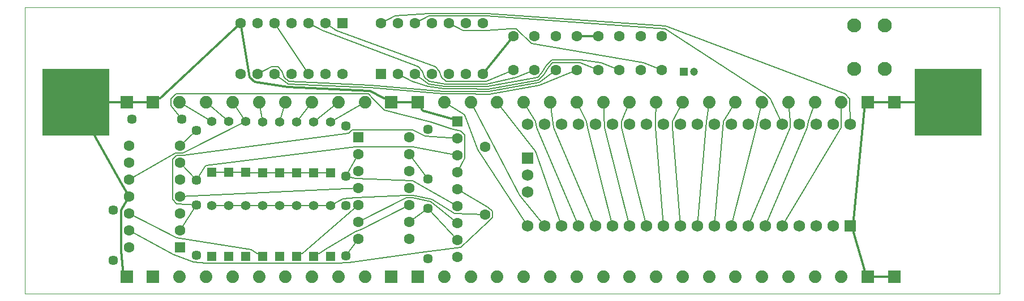
<source format=gtl>
G04 (created by PCBNEW (2013-07-07 BZR 4022)-stable) date 4/22/2014 12:16:29 PM*
%MOIN*%
G04 Gerber Fmt 3.4, Leading zero omitted, Abs format*
%FSLAX34Y34*%
G01*
G70*
G90*
G04 APERTURE LIST*
%ADD10C,0.00590551*%
%ADD11C,0.00393701*%
%ADD12R,0.056X0.056*%
%ADD13C,0.056*%
%ADD14R,0.0629921X0.0629921*%
%ADD15C,0.0629921*%
%ADD16C,0.063*%
%ADD17R,0.0740157X0.0740157*%
%ADD18C,0.0740157*%
%ADD19R,0.393701X0.393701*%
%ADD20C,0.0688976*%
%ADD21R,0.0688976X0.0688976*%
%ADD22C,0.0570866*%
%ADD23C,0.0826772*%
%ADD24R,0.0472441X0.0472441*%
%ADD25C,0.0472441*%
%ADD26C,0.006*%
%ADD27C,0.012*%
G04 APERTURE END LIST*
G54D10*
G54D11*
X7500Y-13900D02*
X7500Y-30800D01*
X64900Y-30800D02*
X64900Y-13900D01*
X7500Y-13900D02*
X64900Y-13900D01*
X64900Y-30800D02*
X7500Y-30800D01*
G54D12*
X18500Y-23650D03*
G54D13*
X18500Y-20650D03*
G54D12*
X25500Y-28600D03*
G54D13*
X25500Y-25600D03*
G54D12*
X25500Y-23665D03*
G54D13*
X25500Y-20665D03*
G54D12*
X24500Y-28600D03*
G54D13*
X24500Y-25600D03*
G54D12*
X18500Y-28600D03*
G54D13*
X18500Y-25600D03*
G54D12*
X19500Y-23650D03*
G54D13*
X19500Y-20650D03*
G54D12*
X19500Y-28600D03*
G54D13*
X19500Y-25600D03*
G54D12*
X20500Y-23650D03*
G54D13*
X20500Y-20650D03*
G54D12*
X20500Y-28600D03*
G54D13*
X20500Y-25600D03*
G54D12*
X21500Y-23683D03*
G54D13*
X21500Y-20683D03*
G54D12*
X21500Y-28600D03*
G54D13*
X21500Y-25600D03*
G54D12*
X22500Y-23670D03*
G54D13*
X22500Y-20670D03*
G54D12*
X22500Y-28600D03*
G54D13*
X22500Y-25600D03*
G54D12*
X24500Y-23676D03*
G54D13*
X24500Y-20676D03*
G54D12*
X23500Y-28600D03*
G54D13*
X23500Y-25600D03*
G54D12*
X23500Y-23667D03*
G54D13*
X23500Y-20667D03*
G54D14*
X32992Y-20640D03*
G54D15*
X32992Y-21640D03*
X32992Y-22640D03*
X32992Y-23640D03*
X32992Y-24640D03*
X32992Y-25640D03*
X32992Y-26640D03*
X32992Y-27640D03*
X32992Y-28640D03*
G54D16*
X34600Y-22141D03*
X34600Y-26141D03*
X36267Y-17610D03*
X36267Y-15610D03*
X37517Y-17610D03*
X37517Y-15610D03*
X38767Y-17610D03*
X38767Y-15610D03*
X40016Y-17610D03*
X40016Y-15610D03*
X41266Y-17610D03*
X41266Y-15610D03*
X43766Y-17610D03*
X43766Y-15610D03*
X45016Y-17610D03*
X45016Y-15610D03*
X42516Y-17610D03*
X42516Y-15610D03*
G54D17*
X15059Y-29800D03*
G54D18*
X16618Y-29800D03*
X18177Y-29800D03*
X19736Y-29800D03*
X21295Y-29800D03*
X22854Y-29800D03*
X24413Y-29800D03*
X25972Y-29800D03*
X27531Y-29800D03*
G54D17*
X29090Y-29800D03*
X30649Y-29800D03*
G54D18*
X32208Y-29800D03*
X33767Y-29800D03*
X35326Y-29800D03*
X36885Y-29800D03*
X38444Y-29800D03*
X40003Y-29800D03*
X41562Y-29800D03*
X43122Y-29800D03*
X44681Y-29800D03*
X46240Y-29800D03*
X47799Y-29800D03*
X49358Y-29800D03*
X50917Y-29800D03*
X52476Y-29800D03*
X54035Y-29800D03*
X55594Y-29800D03*
G54D17*
X13500Y-29800D03*
X57153Y-29800D03*
X58712Y-29800D03*
X15059Y-19500D03*
G54D18*
X16618Y-19500D03*
X18177Y-19500D03*
X19736Y-19500D03*
X21295Y-19500D03*
X22854Y-19500D03*
X24413Y-19500D03*
X25972Y-19500D03*
X27531Y-19500D03*
G54D17*
X29090Y-19500D03*
X30649Y-19500D03*
G54D18*
X32208Y-19500D03*
X33767Y-19500D03*
X35326Y-19500D03*
X36885Y-19500D03*
X38444Y-19500D03*
X40003Y-19500D03*
X41562Y-19500D03*
X43122Y-19500D03*
X44681Y-19500D03*
X46240Y-19500D03*
X47799Y-19500D03*
X49358Y-19500D03*
X50917Y-19500D03*
X52476Y-19500D03*
X54035Y-19500D03*
X55594Y-19500D03*
G54D17*
X13500Y-19500D03*
X57153Y-19500D03*
X58712Y-19500D03*
G54D19*
X10500Y-19500D03*
X61877Y-19500D03*
G54D14*
X16630Y-28070D03*
G54D15*
X16630Y-27070D03*
X16630Y-26070D03*
X16630Y-25070D03*
X16630Y-24070D03*
X16630Y-23070D03*
X16630Y-22070D03*
X13630Y-22070D03*
X13630Y-23070D03*
X13630Y-24070D03*
X13630Y-25070D03*
X13630Y-26070D03*
X13630Y-27070D03*
X13630Y-28070D03*
G54D14*
X28490Y-17850D03*
G54D15*
X29490Y-17850D03*
X30490Y-17850D03*
X31490Y-17850D03*
X32490Y-17850D03*
X33490Y-17850D03*
X34490Y-17850D03*
X34490Y-14850D03*
X33490Y-14850D03*
X32490Y-14850D03*
X31490Y-14850D03*
X30490Y-14850D03*
X29490Y-14850D03*
X28490Y-14850D03*
G54D14*
X26223Y-14850D03*
G54D15*
X25223Y-14850D03*
X24223Y-14850D03*
X23223Y-14850D03*
X22223Y-14850D03*
X21223Y-14850D03*
X20223Y-14850D03*
X20223Y-17850D03*
X21223Y-17850D03*
X22223Y-17850D03*
X23223Y-17850D03*
X24223Y-17850D03*
X25223Y-17850D03*
X26223Y-17850D03*
G54D14*
X27153Y-21580D03*
G54D15*
X27153Y-22580D03*
X27153Y-23580D03*
X27153Y-24580D03*
X27153Y-25580D03*
X27153Y-26580D03*
X27153Y-27580D03*
X30153Y-27580D03*
X30153Y-26580D03*
X30153Y-25580D03*
X30153Y-24580D03*
X30153Y-23580D03*
X30153Y-22580D03*
X30153Y-21580D03*
G54D20*
X56111Y-20819D03*
X55111Y-20819D03*
X54111Y-20819D03*
X53111Y-20819D03*
X52111Y-20819D03*
X51111Y-20819D03*
X50111Y-20819D03*
X49111Y-20819D03*
X48111Y-20819D03*
X47111Y-20819D03*
X46111Y-20819D03*
X45111Y-20819D03*
X44111Y-20819D03*
X43111Y-20819D03*
X42111Y-20819D03*
X41111Y-20819D03*
X40111Y-20819D03*
X39111Y-20819D03*
X38111Y-20819D03*
X37111Y-20819D03*
X37111Y-26819D03*
X38111Y-26819D03*
X39111Y-26819D03*
X40111Y-26819D03*
X41111Y-26819D03*
X42111Y-26819D03*
X43111Y-26819D03*
X44111Y-26819D03*
X45111Y-26819D03*
X46111Y-26819D03*
X47111Y-26819D03*
X48111Y-26819D03*
X49111Y-26819D03*
X50111Y-26819D03*
X51111Y-26819D03*
X52111Y-26819D03*
X53111Y-26819D03*
X54111Y-26819D03*
X55111Y-26819D03*
G54D21*
X56111Y-26819D03*
X37111Y-22819D03*
G54D20*
X37111Y-23819D03*
X37111Y-24819D03*
G54D22*
X31250Y-24048D03*
X31250Y-21095D03*
X31250Y-25785D03*
X31250Y-28737D03*
X26400Y-25609D03*
X26400Y-28561D03*
X26400Y-23876D03*
X26400Y-20923D03*
X12719Y-25883D03*
X12719Y-28836D03*
X16752Y-20495D03*
X13800Y-20495D03*
X17600Y-24126D03*
X17600Y-21173D03*
X17600Y-25592D03*
X17600Y-28545D03*
G54D23*
X58129Y-17539D03*
X58129Y-14980D03*
X56358Y-17539D03*
X56358Y-14980D03*
G54D24*
X46309Y-17700D03*
G54D25*
X46900Y-17700D03*
G54D26*
X16630Y-25070D02*
X27153Y-24580D01*
X29309Y-14415D02*
X28490Y-14850D01*
X31266Y-14264D02*
X29309Y-14415D01*
X31713Y-14264D02*
X31266Y-14264D01*
X34713Y-14264D02*
X31713Y-14264D01*
X45240Y-15025D02*
X34713Y-14264D01*
X55797Y-19009D02*
X45240Y-15025D01*
X56084Y-19296D02*
X55797Y-19009D01*
X56111Y-20819D02*
X56084Y-19296D01*
X34670Y-18285D02*
X36267Y-17610D01*
X34309Y-18285D02*
X34670Y-18285D01*
X34116Y-18281D02*
X34309Y-18285D01*
X32311Y-18281D02*
X34116Y-18281D01*
X32058Y-18028D02*
X32311Y-18281D01*
X31925Y-17669D02*
X32058Y-18028D01*
X31670Y-17415D02*
X31925Y-17669D01*
X25859Y-15285D02*
X31670Y-17415D01*
X25223Y-14850D02*
X25859Y-15285D01*
X36447Y-18045D02*
X37517Y-17610D01*
X34713Y-18435D02*
X36447Y-18045D01*
X34266Y-18435D02*
X34713Y-18435D01*
X34087Y-18427D02*
X34266Y-18435D01*
X32268Y-18427D02*
X34087Y-18427D01*
X31309Y-18285D02*
X32268Y-18427D01*
X31055Y-18030D02*
X31309Y-18285D01*
X30925Y-17669D02*
X31055Y-18030D01*
X30670Y-17415D02*
X30925Y-17669D01*
X25043Y-15285D02*
X30670Y-17415D01*
X24223Y-14850D02*
X25043Y-15285D01*
X37857Y-18308D02*
X38767Y-17610D01*
X37770Y-18345D02*
X37857Y-18308D01*
X34802Y-18885D02*
X37770Y-18345D01*
X34177Y-18885D02*
X34802Y-18885D01*
X34000Y-18867D02*
X34177Y-18885D01*
X32180Y-18867D02*
X34000Y-18867D01*
X27837Y-18499D02*
X32180Y-18867D01*
X23043Y-18285D02*
X27837Y-18499D01*
X22788Y-18030D02*
X23043Y-18285D01*
X22658Y-17669D02*
X22788Y-18030D01*
X22403Y-17415D02*
X22658Y-17669D01*
X22043Y-17415D02*
X22403Y-17415D01*
X21223Y-17850D02*
X22043Y-17415D01*
X22967Y-18421D02*
X22223Y-17850D01*
X23000Y-18435D02*
X22967Y-18421D01*
X27807Y-18649D02*
X23000Y-18435D01*
X32151Y-19013D02*
X27807Y-18649D01*
X33969Y-19013D02*
X32151Y-19013D01*
X34147Y-19035D02*
X33969Y-19013D01*
X34832Y-19035D02*
X34147Y-19035D01*
X37799Y-18495D02*
X34832Y-19035D01*
X38947Y-18045D02*
X37799Y-18495D01*
X40016Y-17610D02*
X38947Y-18045D01*
X40197Y-17175D02*
X41266Y-17610D01*
X38947Y-17175D02*
X40197Y-17175D01*
X38586Y-17175D02*
X38947Y-17175D01*
X38332Y-17430D02*
X38586Y-17175D01*
X38088Y-17866D02*
X38332Y-17430D01*
X37772Y-18181D02*
X38088Y-17866D01*
X37740Y-18195D02*
X37772Y-18181D01*
X34772Y-18735D02*
X37740Y-18195D01*
X34207Y-18735D02*
X34772Y-18735D01*
X34029Y-18720D02*
X34207Y-18735D01*
X32210Y-18720D02*
X34029Y-18720D01*
X31237Y-18585D02*
X32210Y-18720D01*
X30309Y-18285D02*
X31237Y-18585D01*
X29490Y-17850D02*
X30309Y-18285D01*
X41447Y-17175D02*
X42516Y-17610D01*
X40240Y-17025D02*
X41447Y-17175D01*
X38990Y-17025D02*
X40240Y-17025D01*
X38543Y-17025D02*
X38990Y-17025D01*
X38511Y-17038D02*
X38543Y-17025D01*
X38195Y-17354D02*
X38511Y-17038D01*
X37952Y-17790D02*
X38195Y-17354D01*
X37697Y-18045D02*
X37952Y-17790D01*
X34743Y-18585D02*
X37697Y-18045D01*
X34237Y-18585D02*
X34743Y-18585D01*
X34058Y-18574D02*
X34237Y-18585D01*
X32239Y-18574D02*
X34058Y-18574D01*
X31266Y-18435D02*
X32239Y-18574D01*
X31234Y-18421D02*
X31266Y-18435D01*
X30490Y-17850D02*
X31234Y-18421D01*
X43947Y-17175D02*
X45016Y-17610D01*
X37336Y-16045D02*
X43947Y-17175D01*
X36447Y-15175D02*
X37336Y-16045D01*
X36086Y-15175D02*
X36447Y-15175D01*
X34670Y-15285D02*
X36086Y-15175D01*
X34309Y-15285D02*
X34670Y-15285D01*
X33309Y-15285D02*
X34309Y-15285D01*
X32490Y-14850D02*
X33309Y-15285D01*
X22223Y-14850D02*
X24223Y-17850D01*
X31309Y-14415D02*
X30490Y-14850D01*
X31670Y-14415D02*
X31309Y-14415D01*
X34670Y-14415D02*
X31670Y-14415D01*
X45197Y-15175D02*
X34670Y-14415D01*
X51120Y-19009D02*
X45197Y-15175D01*
X51407Y-19296D02*
X51120Y-19009D01*
X52111Y-20819D02*
X51407Y-19296D01*
X16618Y-19500D02*
X18500Y-20650D01*
X18177Y-19500D02*
X19500Y-20650D01*
X19736Y-19500D02*
X20500Y-20650D01*
X16808Y-22498D02*
X20500Y-20650D01*
X16410Y-22498D02*
X16808Y-22498D01*
X16382Y-22510D02*
X16410Y-22498D01*
X13630Y-24070D02*
X16382Y-22510D01*
X21295Y-19500D02*
X21500Y-20683D01*
X21250Y-28440D02*
X21500Y-28600D01*
X21220Y-28440D02*
X21250Y-28440D01*
X21170Y-28440D02*
X21220Y-28440D01*
X20829Y-28199D02*
X21170Y-28440D01*
X16450Y-27505D02*
X20829Y-28199D01*
X13630Y-26070D02*
X16450Y-27505D01*
X22854Y-19500D02*
X22500Y-20670D01*
X24413Y-19500D02*
X23500Y-20667D01*
X23750Y-28440D02*
X23500Y-28600D01*
X23780Y-28440D02*
X23750Y-28440D01*
X23829Y-28440D02*
X23780Y-28440D01*
X27153Y-25580D02*
X23829Y-28440D01*
X25972Y-19500D02*
X24500Y-20676D01*
X24750Y-28440D02*
X24500Y-28600D01*
X24780Y-28440D02*
X24750Y-28440D01*
X24829Y-28440D02*
X24780Y-28440D01*
X25170Y-28199D02*
X24829Y-28440D01*
X26972Y-27145D02*
X25170Y-28199D01*
X27333Y-27015D02*
X26972Y-27145D01*
X30153Y-25580D02*
X27333Y-27015D01*
X27531Y-19500D02*
X25500Y-20665D01*
X16630Y-27070D02*
X17600Y-25592D01*
X31082Y-21501D02*
X32992Y-21640D01*
X30333Y-21145D02*
X31082Y-21501D01*
X26887Y-21145D02*
X30333Y-21145D01*
X26788Y-21145D02*
X26887Y-21145D01*
X26567Y-21329D02*
X26788Y-21145D01*
X16851Y-22642D02*
X26567Y-21329D01*
X16453Y-22642D02*
X16851Y-22642D01*
X16202Y-22893D02*
X16453Y-22642D01*
X16195Y-23890D02*
X16202Y-22893D01*
X16195Y-24890D02*
X16195Y-23890D01*
X16195Y-25250D02*
X16195Y-24890D01*
X16450Y-25505D02*
X16195Y-25250D01*
X17600Y-25592D02*
X16450Y-25505D01*
X18099Y-23320D02*
X17600Y-24126D01*
X18170Y-23249D02*
X18099Y-23320D01*
X26972Y-22145D02*
X18170Y-23249D01*
X27333Y-22145D02*
X26972Y-22145D01*
X30333Y-22145D02*
X27333Y-22145D01*
X32992Y-22640D02*
X30333Y-22145D01*
X16630Y-23070D02*
X17600Y-24126D01*
X33427Y-22820D02*
X32992Y-23640D01*
X33427Y-22460D02*
X33427Y-22820D01*
X33427Y-21460D02*
X33427Y-22460D01*
X33172Y-21205D02*
X33427Y-21460D01*
X32627Y-21075D02*
X33172Y-21205D01*
X31417Y-20690D02*
X32627Y-21075D01*
X28670Y-19990D02*
X31417Y-20690D01*
X28600Y-19919D02*
X28670Y-19990D01*
X28021Y-19296D02*
X28600Y-19919D01*
X27734Y-19009D02*
X28021Y-19296D01*
X16821Y-19009D02*
X27734Y-19009D01*
X16415Y-19009D02*
X16821Y-19009D01*
X16127Y-19296D02*
X16415Y-19009D01*
X16127Y-19703D02*
X16127Y-19296D01*
X16752Y-20495D02*
X16127Y-19703D01*
X34781Y-25706D02*
X32992Y-24640D01*
X35035Y-25960D02*
X34781Y-25706D01*
X35035Y-26321D02*
X35035Y-25960D01*
X34781Y-26576D02*
X35035Y-26321D01*
X33172Y-28075D02*
X34781Y-26576D01*
X31082Y-28332D02*
X33172Y-28075D01*
X26567Y-28967D02*
X31082Y-28332D01*
X25829Y-29000D02*
X26567Y-28967D01*
X25730Y-29000D02*
X25829Y-29000D01*
X18170Y-29000D02*
X25730Y-29000D01*
X17432Y-28951D02*
X18170Y-29000D01*
X16266Y-28505D02*
X17432Y-28951D01*
X13630Y-27070D02*
X16266Y-28505D01*
X26400Y-23876D02*
X27153Y-22580D01*
X30333Y-24145D02*
X32992Y-25640D01*
X26972Y-24015D02*
X30333Y-24145D01*
X26400Y-23876D02*
X26972Y-24015D01*
X31417Y-25379D02*
X32992Y-26640D01*
X30330Y-25152D02*
X31417Y-25379D01*
X29975Y-25152D02*
X30330Y-25152D01*
X27153Y-26580D02*
X29975Y-25152D01*
X30153Y-26580D02*
X31250Y-25785D01*
X31250Y-25785D02*
X32992Y-27640D01*
X30153Y-22580D02*
X31250Y-24048D01*
X24750Y-23671D02*
X24500Y-23676D01*
X24780Y-23671D02*
X24750Y-23671D01*
X25220Y-23671D02*
X24780Y-23671D01*
X25250Y-23671D02*
X25220Y-23671D01*
X25500Y-23665D02*
X25250Y-23671D01*
X18750Y-23650D02*
X18500Y-23650D01*
X18780Y-23650D02*
X18750Y-23650D01*
X19220Y-23650D02*
X18780Y-23650D01*
X19250Y-23650D02*
X19220Y-23650D01*
X19500Y-23650D02*
X19250Y-23650D01*
X19750Y-23650D02*
X19500Y-23650D01*
X19780Y-23650D02*
X19750Y-23650D01*
X20220Y-23650D02*
X19780Y-23650D01*
X20250Y-23650D02*
X20220Y-23650D01*
X20500Y-23650D02*
X20250Y-23650D01*
X20750Y-23666D02*
X20500Y-23650D01*
X20780Y-23666D02*
X20750Y-23666D01*
X21220Y-23666D02*
X20780Y-23666D01*
X21250Y-23666D02*
X21220Y-23666D01*
X21500Y-23683D02*
X21250Y-23666D01*
X21750Y-23677D02*
X21500Y-23683D01*
X21780Y-23677D02*
X21750Y-23677D01*
X22220Y-23677D02*
X21780Y-23677D01*
X22250Y-23677D02*
X22220Y-23677D01*
X22500Y-23670D02*
X22250Y-23677D01*
X23750Y-23671D02*
X23500Y-23667D01*
X23780Y-23671D02*
X23750Y-23671D01*
X24220Y-23671D02*
X23780Y-23671D01*
X24250Y-23671D02*
X24220Y-23671D01*
X24500Y-23676D02*
X24250Y-23671D01*
X22750Y-23668D02*
X22500Y-23670D01*
X22780Y-23668D02*
X22750Y-23668D01*
X23220Y-23668D02*
X22780Y-23668D01*
X23250Y-23668D02*
X23220Y-23668D01*
X23500Y-23667D02*
X23250Y-23668D01*
X34165Y-22321D02*
X37111Y-26819D01*
X33427Y-20275D02*
X34165Y-22321D01*
X33356Y-20205D02*
X33427Y-20275D01*
X32208Y-19500D02*
X33356Y-20205D01*
X36646Y-25012D02*
X38111Y-26819D01*
X33767Y-19500D02*
X36646Y-25012D01*
X47646Y-20627D02*
X47111Y-26819D01*
X47799Y-19500D02*
X47646Y-20627D01*
X48646Y-20627D02*
X48111Y-26819D01*
X49358Y-19500D02*
X48646Y-20627D01*
X50575Y-21012D02*
X49111Y-26819D01*
X50646Y-20627D02*
X50575Y-21012D01*
X50917Y-19500D02*
X50646Y-20627D01*
X52575Y-21012D02*
X50111Y-26819D01*
X52575Y-20627D02*
X52575Y-21012D01*
X52476Y-19500D02*
X52575Y-20627D01*
X53575Y-21012D02*
X51111Y-26819D01*
X53646Y-20627D02*
X53575Y-21012D01*
X54035Y-19500D02*
X53646Y-20627D01*
X55575Y-21012D02*
X52111Y-26819D01*
X55594Y-19500D02*
X55575Y-21012D01*
X37575Y-22425D02*
X39111Y-26819D01*
X35326Y-19500D02*
X37575Y-22425D01*
X37646Y-21012D02*
X40111Y-26819D01*
X37575Y-20627D02*
X37646Y-21012D01*
X36885Y-19500D02*
X37575Y-20627D01*
X38646Y-21012D02*
X41111Y-26819D01*
X38444Y-19500D02*
X38646Y-21012D01*
X40646Y-21012D02*
X42111Y-26819D01*
X40575Y-20627D02*
X40646Y-21012D01*
X40003Y-19500D02*
X40575Y-20627D01*
X41646Y-21012D02*
X43111Y-26819D01*
X41562Y-19500D02*
X41646Y-21012D01*
X42646Y-21012D02*
X44111Y-26819D01*
X42646Y-20627D02*
X42646Y-21012D01*
X43122Y-19500D02*
X42646Y-20627D01*
X44646Y-21012D02*
X45111Y-26819D01*
X44646Y-20627D02*
X44646Y-21012D01*
X44681Y-19500D02*
X44646Y-20627D01*
X45646Y-21012D02*
X46111Y-26819D01*
X45646Y-20627D02*
X45646Y-21012D01*
X46240Y-19500D02*
X45646Y-20627D01*
G54D27*
X36267Y-15610D02*
X34490Y-17850D01*
X41266Y-15610D02*
X40016Y-15610D01*
X56305Y-27104D02*
X56111Y-26819D01*
X56305Y-27164D02*
X56305Y-27104D01*
X56305Y-27226D02*
X56305Y-27164D01*
X56933Y-29367D02*
X56305Y-27226D01*
X56933Y-29429D02*
X56933Y-29367D01*
X56933Y-29489D02*
X56933Y-29429D01*
X57153Y-29800D02*
X56933Y-29489D01*
X57463Y-29800D02*
X57153Y-29800D01*
X57523Y-29800D02*
X57463Y-29800D01*
X58342Y-29800D02*
X57523Y-29800D01*
X58402Y-29800D02*
X58342Y-29800D01*
X58712Y-29800D02*
X58402Y-29800D01*
X30339Y-19500D02*
X30649Y-19500D01*
X30279Y-19500D02*
X30339Y-19500D01*
X29460Y-19500D02*
X30279Y-19500D01*
X29400Y-19500D02*
X29460Y-19500D01*
X29090Y-19500D02*
X29400Y-19500D01*
X32737Y-20475D02*
X32992Y-20640D01*
X32677Y-20475D02*
X32737Y-20475D01*
X32615Y-20475D02*
X32677Y-20475D01*
X30957Y-20020D02*
X32615Y-20475D01*
X30869Y-19932D02*
X30957Y-20020D01*
X30869Y-19870D02*
X30869Y-19932D01*
X30869Y-19810D02*
X30869Y-19870D01*
X30649Y-19500D02*
X30869Y-19810D01*
X14748Y-19500D02*
X15059Y-19500D01*
X14688Y-19500D02*
X14748Y-19500D01*
X13870Y-19500D02*
X14688Y-19500D01*
X13810Y-19500D02*
X13870Y-19500D01*
X13500Y-19500D02*
X13810Y-19500D01*
X56305Y-26535D02*
X56111Y-26819D01*
X56305Y-26475D02*
X56305Y-26535D01*
X56305Y-26413D02*
X56305Y-26475D01*
X56933Y-19932D02*
X56305Y-26413D01*
X56933Y-19870D02*
X56933Y-19932D01*
X56933Y-19810D02*
X56933Y-19870D01*
X57153Y-19500D02*
X56933Y-19810D01*
X57463Y-19500D02*
X57153Y-19500D01*
X57523Y-19500D02*
X57463Y-19500D01*
X58342Y-19500D02*
X57523Y-19500D01*
X58402Y-19500D02*
X58342Y-19500D01*
X58712Y-19500D02*
X58402Y-19500D01*
X13189Y-19500D02*
X13500Y-19500D01*
X13129Y-19500D02*
X13189Y-19500D01*
X10500Y-19500D02*
X13129Y-19500D01*
X13165Y-24263D02*
X13630Y-25070D01*
X10500Y-19500D02*
X13165Y-24263D01*
X59022Y-19500D02*
X58712Y-19500D01*
X59082Y-19500D02*
X59022Y-19500D01*
X61877Y-19500D02*
X59082Y-19500D01*
X13279Y-29489D02*
X13500Y-29800D01*
X13279Y-29429D02*
X13279Y-29489D01*
X13279Y-29367D02*
X13279Y-29429D01*
X13165Y-28263D02*
X13279Y-29367D01*
X13165Y-27877D02*
X13165Y-28263D01*
X13165Y-25877D02*
X13165Y-27877D01*
X13630Y-25070D02*
X13165Y-25877D01*
X28780Y-19279D02*
X29090Y-19500D01*
X28720Y-19279D02*
X28780Y-19279D01*
X28658Y-19279D02*
X28720Y-19279D01*
X27835Y-18856D02*
X28658Y-19279D01*
X27771Y-18829D02*
X27835Y-18856D01*
X22964Y-18615D02*
X27771Y-18829D01*
X21031Y-18315D02*
X22964Y-18615D01*
X20758Y-18042D02*
X21031Y-18315D01*
X20223Y-14850D02*
X20758Y-18042D01*
X15369Y-19279D02*
X15059Y-19500D01*
X15429Y-19279D02*
X15369Y-19279D01*
X15491Y-19279D02*
X15429Y-19279D01*
X20223Y-14850D02*
X15491Y-19279D01*
G54D26*
X24500Y-25600D02*
X25500Y-25600D01*
X18500Y-25600D02*
X19500Y-25600D01*
X19500Y-25600D02*
X20500Y-25600D01*
X20500Y-25600D02*
X21500Y-25600D01*
X21500Y-25600D02*
X22500Y-25600D01*
X22500Y-25600D02*
X23500Y-25600D01*
X23500Y-25600D02*
X24500Y-25600D01*
X26232Y-25203D02*
X25500Y-25600D01*
X26972Y-25145D02*
X26232Y-25203D01*
X29932Y-25008D02*
X26972Y-25145D01*
X30373Y-25008D02*
X29932Y-25008D01*
X31467Y-25229D02*
X30373Y-25008D01*
X31489Y-25238D02*
X31467Y-25229D01*
X32811Y-26075D02*
X31489Y-25238D01*
X34600Y-26141D02*
X32811Y-26075D01*
X17600Y-21173D02*
X16630Y-22070D01*
X26400Y-28561D02*
X27153Y-27580D01*
M02*

</source>
